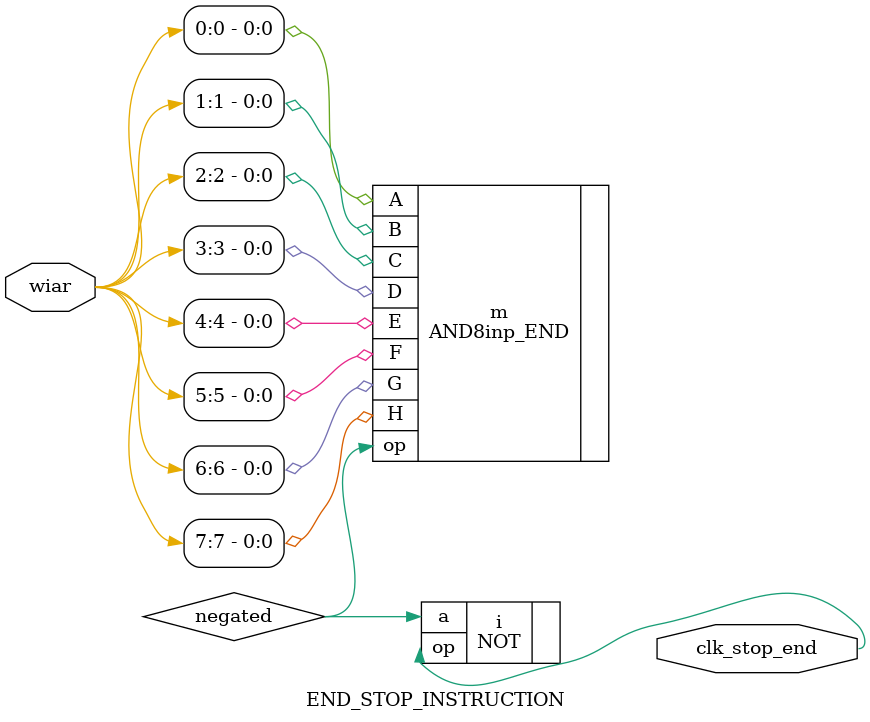
<source format=v>
`timescale 1ns / 1ps


module END_STOP_INSTRUCTION(
  input [7:0] wiar,
  output clk_stop_end
    );
    wire negated;
    AND8inp_END m(.A(wiar[0]), .B(wiar[1]), .C(wiar[2]), .D(wiar[3]), .E(wiar[4]), .F(wiar[5]), .G(wiar[6]), .H(wiar[7]), .op(negated));
    NOT i(.a(negated), .op(clk_stop_end));
endmodule

</source>
